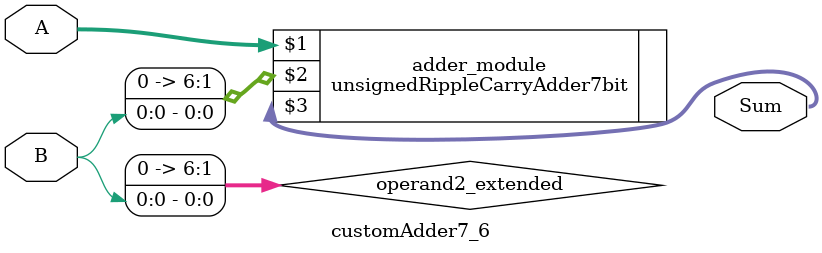
<source format=v>

module customAdder7_6(
                    input [6 : 0] A,
                    input [0 : 0] B,
                    
                    output [7 : 0] Sum
            );

    wire [6 : 0] operand2_extended;
    
    assign operand2_extended =  {6'b0, B};
    
    unsignedRippleCarryAdder7bit adder_module(
        A,
        operand2_extended,
        Sum
    );
    
endmodule
        
</source>
